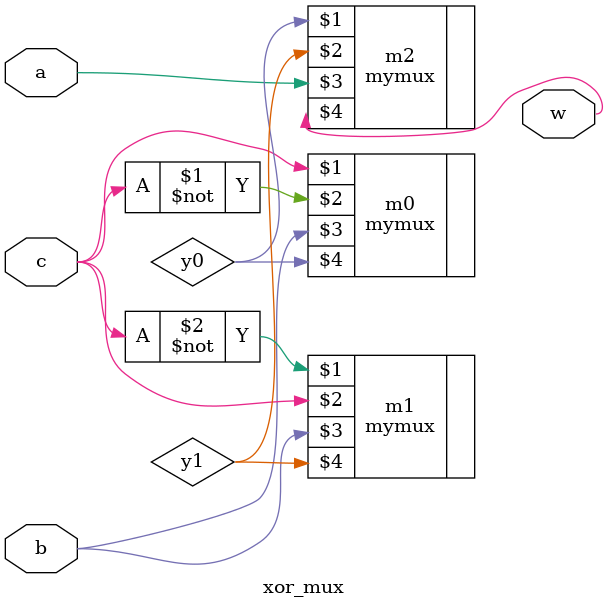
<source format=v>
`timescale 1ns/1ns

module xor_mux(input a , b , c, output w);
	wire y0 , y1;
	mymux m0(c, ~c, b, y0) , m1(~c, c, b, y1) , m2(y0, y1, a, w);
endmodule

</source>
